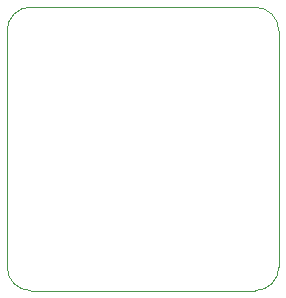
<source format=gbr>
%TF.GenerationSoftware,KiCad,Pcbnew,8.0.5*%
%TF.CreationDate,2024-12-20T11:35:24+13:00*%
%TF.ProjectId,eurorack_to_usb_passive,6575726f-7261-4636-9b5f-746f5f757362,rev?*%
%TF.SameCoordinates,Original*%
%TF.FileFunction,Profile,NP*%
%FSLAX46Y46*%
G04 Gerber Fmt 4.6, Leading zero omitted, Abs format (unit mm)*
G04 Created by KiCad (PCBNEW 8.0.5) date 2024-12-20 11:35:24*
%MOMM*%
%LPD*%
G01*
G04 APERTURE LIST*
%TA.AperFunction,Profile*%
%ADD10C,0.050000*%
%TD*%
G04 APERTURE END LIST*
D10*
X139500000Y-100000000D02*
G75*
G02*
X137500000Y-98000000I0J2000000D01*
G01*
X137500000Y-78000000D02*
G75*
G02*
X139500000Y-76000000I2000000J0D01*
G01*
X158500000Y-76000000D02*
X139500000Y-76000000D01*
X160500000Y-98000000D02*
G75*
G02*
X158500000Y-100000000I-2000000J0D01*
G01*
X158500000Y-76000000D02*
G75*
G02*
X160500000Y-78000000I0J-2000000D01*
G01*
X158500000Y-100000000D02*
X139500000Y-100000000D01*
X137500000Y-78000000D02*
X137500000Y-98000000D01*
X160500000Y-78000000D02*
X160500000Y-98000000D01*
M02*

</source>
